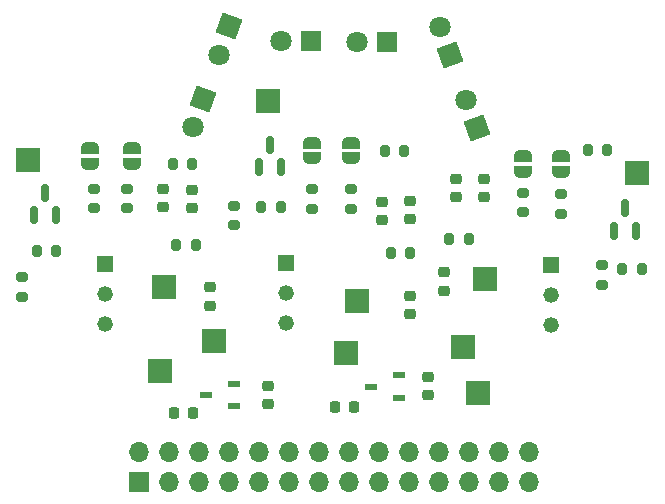
<source format=gbr>
%TF.GenerationSoftware,KiCad,Pcbnew,(6.0.5)*%
%TF.CreationDate,2024-03-24T17:12:35+02:00*%
%TF.ProjectId,Sensor Subsystem,53656e73-6f72-4205-9375-627379737465,rev?*%
%TF.SameCoordinates,Original*%
%TF.FileFunction,Soldermask,Top*%
%TF.FilePolarity,Negative*%
%FSLAX46Y46*%
G04 Gerber Fmt 4.6, Leading zero omitted, Abs format (unit mm)*
G04 Created by KiCad (PCBNEW (6.0.5)) date 2024-03-24 17:12:35*
%MOMM*%
%LPD*%
G01*
G04 APERTURE LIST*
G04 Aperture macros list*
%AMRoundRect*
0 Rectangle with rounded corners*
0 $1 Rounding radius*
0 $2 $3 $4 $5 $6 $7 $8 $9 X,Y pos of 4 corners*
0 Add a 4 corners polygon primitive as box body*
4,1,4,$2,$3,$4,$5,$6,$7,$8,$9,$2,$3,0*
0 Add four circle primitives for the rounded corners*
1,1,$1+$1,$2,$3*
1,1,$1+$1,$4,$5*
1,1,$1+$1,$6,$7*
1,1,$1+$1,$8,$9*
0 Add four rect primitives between the rounded corners*
20,1,$1+$1,$2,$3,$4,$5,0*
20,1,$1+$1,$4,$5,$6,$7,0*
20,1,$1+$1,$6,$7,$8,$9,0*
20,1,$1+$1,$8,$9,$2,$3,0*%
%AMRotRect*
0 Rectangle, with rotation*
0 The origin of the aperture is its center*
0 $1 length*
0 $2 width*
0 $3 Rotation angle, in degrees counterclockwise*
0 Add horizontal line*
21,1,$1,$2,0,0,$3*%
%AMFreePoly0*
4,1,22,0.500000,-0.750000,0.000000,-0.750000,0.000000,-0.745033,-0.079941,-0.743568,-0.215256,-0.701293,-0.333266,-0.622738,-0.424486,-0.514219,-0.481581,-0.384460,-0.499164,-0.250000,-0.500000,-0.250000,-0.500000,0.250000,-0.499164,0.250000,-0.499963,0.256109,-0.478152,0.396186,-0.417904,0.524511,-0.324060,0.630769,-0.204165,0.706417,-0.067858,0.745374,0.000000,0.744959,0.000000,0.750000,
0.500000,0.750000,0.500000,-0.750000,0.500000,-0.750000,$1*%
%AMFreePoly1*
4,1,20,0.000000,0.744959,0.073905,0.744508,0.209726,0.703889,0.328688,0.626782,0.421226,0.519385,0.479903,0.390333,0.500000,0.250000,0.500000,-0.250000,0.499851,-0.262216,0.476331,-0.402017,0.414519,-0.529596,0.319384,-0.634700,0.198574,-0.708877,0.061801,-0.746166,0.000000,-0.745033,0.000000,-0.750000,-0.500000,-0.750000,-0.500000,0.750000,0.000000,0.750000,0.000000,0.744959,
0.000000,0.744959,$1*%
G04 Aperture macros list end*
%ADD10RoundRect,0.200000X-0.200000X-0.275000X0.200000X-0.275000X0.200000X0.275000X-0.200000X0.275000X0*%
%ADD11RoundRect,0.225000X-0.250000X0.225000X-0.250000X-0.225000X0.250000X-0.225000X0.250000X0.225000X0*%
%ADD12RoundRect,0.200000X0.200000X0.275000X-0.200000X0.275000X-0.200000X-0.275000X0.200000X-0.275000X0*%
%ADD13RoundRect,0.150000X0.150000X-0.587500X0.150000X0.587500X-0.150000X0.587500X-0.150000X-0.587500X0*%
%ADD14FreePoly0,90.000000*%
%ADD15FreePoly1,90.000000*%
%ADD16RotRect,1.800000X1.800000X250.000000*%
%ADD17C,1.800000*%
%ADD18RoundRect,0.200000X0.275000X-0.200000X0.275000X0.200000X-0.275000X0.200000X-0.275000X-0.200000X0*%
%ADD19R,1.700000X1.700000*%
%ADD20O,1.700000X1.700000*%
%ADD21R,2.000000X2.000000*%
%ADD22C,1.320800*%
%ADD23R,1.320800X1.320800*%
%ADD24R,1.117600X0.482600*%
%ADD25RoundRect,0.225000X0.250000X-0.225000X0.250000X0.225000X-0.250000X0.225000X-0.250000X-0.225000X0*%
%ADD26R,1.800000X1.800000*%
%ADD27RotRect,1.800000X1.800000X110.000000*%
%ADD28RoundRect,0.225000X0.225000X0.250000X-0.225000X0.250000X-0.225000X-0.250000X0.225000X-0.250000X0*%
G04 APERTURE END LIST*
D10*
%TO.C,R18*%
X6566400Y22860000D03*
X8216400Y22860000D03*
%TD*%
D11*
%TO.C,C3*%
X5411000Y27597000D03*
X5411000Y26047000D03*
%TD*%
D12*
%TO.C,R4*%
X45960800Y20828000D03*
X44310800Y20828000D03*
%TD*%
%TO.C,R10*%
X43063200Y30896000D03*
X41413200Y30896000D03*
%TD*%
D13*
%TO.C,Q2*%
X13540200Y29458500D03*
X15440200Y29458500D03*
X14490200Y31333500D03*
%TD*%
D14*
%TO.C,JP4*%
X39100000Y29070000D03*
D15*
X39100000Y30370000D03*
%TD*%
D11*
%TO.C,C8*%
X26390200Y18559000D03*
X26390200Y17009000D03*
%TD*%
D10*
%TO.C,R17*%
X24715200Y22184000D03*
X26365200Y22184000D03*
%TD*%
D16*
%TO.C,U3*%
X11061200Y41357568D03*
D17*
X10192469Y38970749D03*
%TD*%
D18*
%TO.C,R13*%
X39110000Y25485000D03*
X39110000Y27135000D03*
%TD*%
D19*
%TO.C,J1*%
X3388200Y2789000D03*
D20*
X3388200Y5329000D03*
X5928200Y2789000D03*
X5928200Y5329000D03*
X8468200Y2789000D03*
X8468200Y5329000D03*
X11008200Y2789000D03*
X11008200Y5329000D03*
X13548200Y2789000D03*
X13548200Y5329000D03*
X16088200Y2789000D03*
X16088200Y5329000D03*
X18628200Y2789000D03*
X18628200Y5329000D03*
X21168200Y2789000D03*
X21168200Y5329000D03*
X23708200Y2789000D03*
X23708200Y5329000D03*
X26248200Y2789000D03*
X26248200Y5329000D03*
X28788200Y2789000D03*
X28788200Y5329000D03*
X31328200Y2789000D03*
X31328200Y5329000D03*
X33868200Y2789000D03*
X33868200Y5329000D03*
X36408200Y2789000D03*
X36408200Y5329000D03*
%TD*%
D21*
%TO.C,TP12*%
X30861000Y14224000D03*
%TD*%
D18*
%TO.C,R2*%
X11490200Y24509000D03*
X11490200Y26159000D03*
%TD*%
D14*
%TO.C,JP6*%
X2830000Y29730000D03*
D15*
X2830000Y31030000D03*
%TD*%
D18*
%TO.C,R7*%
X35920000Y25625000D03*
X35920000Y27275000D03*
%TD*%
D22*
%TO.C,RV1*%
X38303200Y16040100D03*
X38303200Y18580100D03*
D23*
X38303200Y21120100D03*
%TD*%
D21*
%TO.C,TP4*%
X32740600Y19964400D03*
%TD*%
D24*
%TO.C,U4*%
X25400000Y9901999D03*
X25400000Y11802001D03*
X23012400Y10852000D03*
%TD*%
D18*
%TO.C,R9*%
X-439000Y25947000D03*
X-439000Y27597000D03*
%TD*%
D21*
%TO.C,TP1*%
X45593000Y28966400D03*
%TD*%
D12*
%TO.C,R16*%
X31330400Y23368000D03*
X29680400Y23368000D03*
%TD*%
D22*
%TO.C,RV2*%
X15825200Y16205200D03*
X15825200Y18745200D03*
D23*
X15825200Y21285200D03*
%TD*%
D21*
%TO.C,TP6*%
X5489600Y19255200D03*
%TD*%
D25*
%TO.C,C12*%
X27914600Y10127800D03*
X27914600Y11677800D03*
%TD*%
D14*
%TO.C,JP2*%
X18090200Y30196000D03*
D15*
X18090200Y31496000D03*
%TD*%
D26*
%TO.C,U2*%
X24445000Y40075000D03*
D17*
X21905000Y40075000D03*
%TD*%
D18*
%TO.C,R8*%
X18090200Y25909000D03*
X18090200Y27559000D03*
%TD*%
D10*
%TO.C,R11*%
X24215200Y30846000D03*
X25865200Y30846000D03*
%TD*%
D27*
%TO.C,CR1*%
X32000951Y32761352D03*
D17*
X31132220Y35148171D03*
%TD*%
D27*
%TO.C,U1*%
X29760951Y38941352D03*
D17*
X28892220Y41328171D03*
%TD*%
D18*
%TO.C,R3*%
X-6477000Y18468200D03*
X-6477000Y20118200D03*
%TD*%
D14*
%TO.C,JP1*%
X35900000Y29070000D03*
D15*
X35900000Y30370000D03*
%TD*%
D12*
%TO.C,R5*%
X15415200Y26034000D03*
X13765200Y26034000D03*
%TD*%
D11*
%TO.C,C5*%
X26340200Y26609000D03*
X26340200Y25059000D03*
%TD*%
%TO.C,C2*%
X23952200Y26509000D03*
X23952200Y24959000D03*
%TD*%
D10*
%TO.C,R12*%
X6245000Y29700000D03*
X7895000Y29700000D03*
%TD*%
D25*
%TO.C,C13*%
X14300200Y9385000D03*
X14300200Y10935000D03*
%TD*%
D13*
%TO.C,Q1*%
X43627000Y24066500D03*
X45527000Y24066500D03*
X44577000Y25941500D03*
%TD*%
D21*
%TO.C,TP3*%
X-6019800Y30052800D03*
%TD*%
D11*
%TO.C,C7*%
X29235400Y20536200D03*
X29235400Y18986200D03*
%TD*%
D14*
%TO.C,JP5*%
X21340200Y30196000D03*
D15*
X21340200Y31496000D03*
%TD*%
D11*
%TO.C,C1*%
X30288200Y28448000D03*
X30288200Y26898000D03*
%TD*%
D22*
%TO.C,RV3*%
X508000Y16141700D03*
X508000Y18681700D03*
D23*
X508000Y21221700D03*
%TD*%
D28*
%TO.C,C10*%
X21577600Y9144000D03*
X20027600Y9144000D03*
%TD*%
D18*
%TO.C,R15*%
X2411000Y25947000D03*
X2411000Y27597000D03*
%TD*%
D16*
%TO.C,CR3*%
X8841200Y35207568D03*
D17*
X7972469Y32820749D03*
%TD*%
D18*
%TO.C,R14*%
X21340200Y25909000D03*
X21340200Y27559000D03*
%TD*%
D12*
%TO.C,R6*%
X-3596000Y22352000D03*
X-5246000Y22352000D03*
%TD*%
D13*
%TO.C,Q3*%
X-5521000Y25408500D03*
X-3621000Y25408500D03*
X-4571000Y27283500D03*
%TD*%
D21*
%TO.C,TP11*%
X9728200Y14732000D03*
%TD*%
%TO.C,TP2*%
X14300200Y35052000D03*
%TD*%
D14*
%TO.C,JP3*%
X-750000Y29750000D03*
D15*
X-750000Y31050000D03*
%TD*%
D11*
%TO.C,C9*%
X9389600Y19255200D03*
X9389600Y17705200D03*
%TD*%
D18*
%TO.C,R1*%
X42646600Y19495000D03*
X42646600Y21145000D03*
%TD*%
D28*
%TO.C,C11*%
X7963200Y8636000D03*
X6413200Y8636000D03*
%TD*%
D26*
%TO.C,CR2*%
X17935000Y40095000D03*
D17*
X15395000Y40095000D03*
%TD*%
D11*
%TO.C,C6*%
X7911000Y27547000D03*
X7911000Y25997000D03*
%TD*%
D21*
%TO.C,TP7*%
X20904200Y13716000D03*
%TD*%
%TO.C,TP10*%
X32131000Y10293200D03*
%TD*%
D11*
%TO.C,C4*%
X32588200Y28448000D03*
X32588200Y26898000D03*
%TD*%
D21*
%TO.C,TP8*%
X5156200Y12192000D03*
%TD*%
D24*
%TO.C,U5*%
X11430000Y9209999D03*
X11430000Y11110001D03*
X9042400Y10160000D03*
%TD*%
D21*
%TO.C,TP5*%
X21890200Y18134000D03*
%TD*%
M02*

</source>
